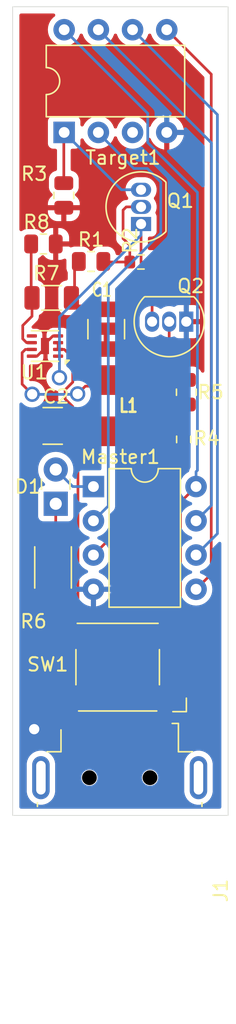
<source format=kicad_pcb>
(kicad_pcb (version 20240108) (generator "pcbnew") (generator_version "8.0")
  (layers (0 "F.Cu" signal) (31 "B.Cu" signal) (34 "B.Paste" user) (35 "F.Paste" user) (36 "B.SilkS" user "B.Silkscreen") (37 "F.SilkS" user "F.Silkscreen") (38 "B.Mask" user) (39 "F.Mask" user) (44 "Edge.Cuts" user))
  (net 0 "")
  (net 1 "Net-(Q1-E)")
  (net 2 "GND")
  (net 3 "Net-(D1-K)")
  (net 4 "Net-(D1-A)")
  (net 5 "Net-(U1-SW)")
  (net 6 "Net-(Master1-PB2)")
  (net 7 "Net-(Master1-PB1)")
  (net 8 "Net-(Master1-XTAL1{slash}PB3)")
  (net 9 "Net-(Master1-VCC)")
  (net 10 "Net-(Master1-AREF{slash}PB0)")
  (net 11 "Net-(Master1-XTAL2{slash}PB4)")
  (net 12 "Net-(Q1-C)")
  (net 13 "Net-(Q1-B)")
  (net 14 "Net-(Q2-C)")
  (net 15 "Net-(Q2-B)")
  (net 16 "Net-(U1-FB)")
  (net 22 "+5V")
  (footprint "Resistor_SMD:R_0805_2012Metric" (layer "F.Cu") (at 127.2875 77.6 180)
    (property "Reference" "R8" (at 0.5125 1.625 0) (layer "F.SilkS"))
    (property "Value" "5k")
    (fp_line (start -0.227064 0.735) (end 0.227064 0.735) (stroke (width 0.12)) (layer "F.SilkS"))
    (fp_line (start -0.227064 -0.735) (end 0.227064 -0.735) (stroke (width 0.12)) (layer "F.SilkS"))
    (pad "1" smd roundrect (at -0.9125 0 180) (size 1.025 1.4) (layers "F.Cu" "F.Paste" "F.Mask") (roundrect_rratio 0.243902) (net 2 "GND"))
    (pad "2" smd roundrect (at 0.9125 0 180) (size 1.025 1.4) (layers "F.Cu" "F.Paste" "F.Mask") (roundrect_rratio 0.243902) (net 16 "Net-(U1-FB)"))
  )
  (footprint "Resistor_SMD:R_0805_2012Metric" (layer "F.Cu") (at 130.825 78.9)
    (property "Reference" "R1" (at 0 -1.625 180) (layer "F.SilkS"))
    (property "Value" "5k")
    (fp_line (start -0.227064 -0.735) (end 0.227064 -0.735) (stroke (width 0.12)) (layer "F.SilkS"))
    (fp_line (start -0.227064 0.735) (end 0.227064 0.735) (stroke (width 0.12)) (layer "F.SilkS"))
    (pad "1" smd roundrect (at -0.9125 0) (size 1.025 1.4) (layers "F.Cu" "F.Paste" "F.Mask") (roundrect_rratio 0.243902) (net 1 "Net-(Q1-E)"))
    (pad "2" smd roundrect (at 0.9125 0) (size 1.025 1.4) (layers "F.Cu" "F.Paste" "F.Mask") (roundrect_rratio 0.243902) (net 13 "Net-(Q1-B)"))
  )
  (footprint "Resistor_SMD:R_0603_1608Metric" (layer "F.Cu") (at 134.525 78.94)
    (property "Reference" "R2" (at -0.8 -1.6 90) (layer "F.SilkS"))
    (property "Value" "2k")
    (fp_line (start -0.237258 -0.5225) (end 0.237258 -0.5225) (stroke (width 0.12)) (layer "F.SilkS"))
    (fp_line (start -0.237258 0.5225) (end 0.237258 0.5225) (stroke (width 0.12)) (layer "F.SilkS"))
    (pad "1" smd roundrect (at -0.825 0) (size 0.8 0.95) (layers "F.Cu" "F.Paste" "F.Mask") (net 13 "Net-(Q1-B)"))
    (pad "2" smd roundrect (at 0.825 0) (size 0.8 0.95) (layers "F.Cu" "F.Paste" "F.Mask") (net 14 "Net-(Q2-C)"))
  )
  (footprint "Package_TO_SOT_THT:TO-92_Inline" (layer "F.Cu") (at 137.895 83.365 180)
    (property "Reference" "Q2" (at -0.33 2.64 180) (layer "F.SilkS"))
    (property "Value" "2N3904")
    (fp_line (start -0.53 1.85) (end 3.07 1.85) (stroke (width 0.12)) (layer "F.SilkS"))
    (fp_arc (start 1.27 -2.6) (mid 3.672087 -0.994977) (end 3.108478 1.838478) (stroke (width 0.12)) (layer "F.SilkS"))
    (fp_arc (start -0.568478 1.838478) (mid -1.132087 -0.994977) (end 1.27 -2.6) (stroke (width 0.12)) (layer "F.SilkS"))
    (pad "1" thru_hole rect (at 0 0 180) (size 1.05 1.5) (drill 0.75) (layers "*.Cu" "*.Mask") (net 2 "GND"))
    (pad "2" thru_hole oval (at 1.27 0 180) (size 1.05 1.5) (drill 0.75) (layers "*.Cu" "*.Mask") (net 15 "Net-(Q2-B)"))
    (pad "3" thru_hole oval (at 2.54 0 180) (size 1.05 1.5) (drill 0.75) (layers "*.Cu" "*.Mask") (net 14 "Net-(Q2-C)"))
  )
  (footprint "LED_THT:LED_Rectangular_W3.0mm_H2.0mm" (layer "F.Cu") (at 128.2 96.875 90)
    (property "Reference" "D1" (at 1.27 -2.06 0) (layer "F.SilkS"))
    (property "Value" "LED")
    (fp_line (start 1.08 -1.06) (end 1.811 -1.06) (stroke (width 0.12)) (layer "F.SilkS"))
    (fp_line (start 1.08 1.06) (end 1.811 1.06) (stroke (width 0.12)) (layer "F.SilkS"))
    (pad "1" thru_hole rect (at 0 0 90) (size 1.8 1.8) (drill 0.9) (layers "*.Cu" "*.Mask") (net 3 "Net-(D1-K)"))
    (pad "2" thru_hole circle (at 2.54 0 90) (size 1.8 1.8) (drill 0.9) (layers "*.Cu" "*.Mask") (net 4 "Net-(D1-A)"))
  )
  (footprint "Resistor_SMD:R_1206_3216Metric" (layer "F.Cu") (at 127.9 81.6)
    (property "Reference" "R7" (at -0.4 -1.825 0) (layer "F.SilkS"))
    (property "Value" "44.2k")
    (fp_line (start -0.727064 -0.91) (end 0.727064 -0.91) (stroke (width 0.12)) (layer "F.SilkS"))
    (fp_line (start -0.727064 0.91) (end 0.727064 0.91) (stroke (width 0.12)) (layer "F.SilkS"))
    (pad "1" smd roundrect (at -1.4625 0) (size 1.125 1.75) (layers "F.Cu" "F.Paste" "F.Mask") (roundrect_rratio 0.222222) (net 16 "Net-(U1-FB)"))
    (pad "2" smd roundrect (at 1.4625 0) (size 1.125 1.75) (layers "F.Cu" "F.Paste" "F.Mask") (roundrect_rratio 0.222222) (net 1 "Net-(Q1-E)"))
  )
  (footprint "Package_DFN_QFN:Micrel_MLF-8-1EP_2x2mm_P0.5mm_EP0.6x1.2mm" (layer "F.Cu") (at 127.4 85.175 180)
    (property "Reference" "U1" (at 0.8 -1.95 180) (layer "F.SilkS"))
    (property "Value" "MIC2290")
    (fp_line (start -1 1.135) (end 1 1.135) (stroke (width 0.12)) (layer "F.SilkS"))
    (fp_line (start -1 -1.135) (end 1 -1.135) (stroke (width 0.12)) (layer "F.SilkS"))
    (fp_poly (pts (xy -1.52 -1.05) (xy -1.8 -1.05) (xy -1.52 -1.33) (xy -1.52 -1.05)) (stroke (width 0.12)) (fill solid) (layer "F.SilkS"))
    (pad "1" smd roundrect (at -0.975 -0.75 180) (size 0.75 0.25) (layers "F.Cu" "F.Paste" "F.Mask") (net 1 "Net-(Q1-E)"))
    (pad "2" smd roundrect (at -0.975 -0.25 180) (size 0.75 0.25) (layers "F.Cu" "F.Paste" "F.Mask") (net 22 "+5V"))
    (pad "3" smd roundrect (at -0.975 0.25 180) (size 0.75 0.25) (layers "F.Cu" "F.Paste" "F.Mask") (net 22 "+5V"))
    (pad "4" smd roundrect (at -0.975 0.75 180) (size 0.75 0.25) (layers "F.Cu" "F.Paste" "F.Mask") (net 2 "GND"))
    (pad "5" smd roundrect (at 0.975 0.75 180) (size 0.75 0.25) (layers "F.Cu" "F.Paste" "F.Mask"))
    (pad "6" smd roundrect (at 0.975 0.25 180) (size 0.75 0.25) (layers "F.Cu" "F.Paste" "F.Mask") (net 16 "Net-(U1-FB)"))
    (pad "7" smd roundrect (at 0.975 -0.25 180) (size 0.75 0.25) (layers "F.Cu" "F.Paste" "F.Mask") (net 5 "Net-(U1-SW)"))
    (pad "8" smd roundrect (at 0.975 -0.75 180) (size 0.75 0.25) (layers "F.Cu" "F.Paste" "F.Mask") (net 2 "GND"))
    (pad "9" smd rect (at 0 0 180) (size 0.6 1.2) (property pad_prop_heatsink) (layers "F.Cu" "F.Mask") (net 2 "GND"))
  )
  (footprint "Package_DIP:DIP-8_W7.62mm" (layer "F.Cu") (at 128.825 69.325 90)
    (property "Reference" "Target1" (at -1.875 4.375 180) (layer "F.SilkS"))
    (property "Value" "ATtiny85-20P")
    (fp_line (start 6.46 -1.33) (end 4.81 -1.33) (stroke (width 0.12)) (layer "F.SilkS"))
    (fp_line (start 2.81 -1.33) (end 1.16 -1.33) (stroke (width 0.12)) (layer "F.SilkS"))
    (fp_line (start 1.16 -1.33) (end 1.16 8.95) (stroke (width 0.12)) (layer "F.SilkS"))
    (fp_line (start 6.46 8.95) (end 6.46 -1.33) (stroke (width 0.12)) (layer "F.SilkS"))
    (fp_line (start 1.16 8.95) (end 6.46 8.95) (stroke (width 0.12)) (layer "F.SilkS"))
    (fp_arc (start 4.81 -1.33) (mid 3.81 -0.33) (end 2.81 -1.33) (stroke (width 0.12)) (layer "F.SilkS"))
    (pad "1" thru_hole rect (at 0 0 90) (size 1.6 1.6) (drill 0.8) (layers "*.Cu" "*.Mask") (net 12 "Net-(Q1-C)"))
    (pad "2" thru_hole oval (at 0 2.54 90) (size 1.6 1.6) (drill 0.8) (layers "*.Cu" "*.Mask") (net 8 "Net-(Master1-XTAL1{slash}PB3)"))
    (pad "3" thru_hole oval (at 0 5.08 90) (size 1.6 1.6) (drill 0.8) (layers "*.Cu" "*.Mask"))
    (pad "4" thru_hole oval (at 0 7.62 90) (size 1.6 1.6) (drill 0.8) (layers "*.Cu" "*.Mask") (net 2 "GND"))
    (pad "5" thru_hole oval (at 7.62 7.62 90) (size 1.6 1.6) (drill 0.8) (layers "*.Cu" "*.Mask") (net 10 "Net-(Master1-AREF{slash}PB0)"))
    (pad "6" thru_hole oval (at 7.62 5.08 90) (size 1.6 1.6) (drill 0.8) (layers "*.Cu" "*.Mask") (net 7 "Net-(Master1-PB1)"))
    (pad "7" thru_hole oval (at 7.62 2.54 90) (size 1.6 1.6) (drill 0.8) (layers "*.Cu" "*.Mask") (net 6 "Net-(Master1-PB2)"))
    (pad "8" thru_hole oval (at 7.62 0 90) (size 1.6 1.6) (drill 0.8) (layers "*.Cu" "*.Mask") (net 9 "Net-(Master1-VCC)"))
  )
  (footprint "Resistor_SMD:R_2010_5025Metric" (layer "F.Cu") (at 128 101.6 -90)
    (property "Reference" "R6" (at 4 1.45 180) (layer "F.SilkS"))
    (property "Value" "330")
    (fp_line (start -1.527064 1.36) (end 1.527064 1.36) (stroke (width 0.12)) (layer "F.SilkS"))
    (fp_line (start -1.527064 -1.36) (end 1.527064 -1.36) (stroke (width 0.12)) (layer "F.SilkS"))
    (pad "1" smd roundrect (at -2.3125 0 270) (size 1.225 2.65) (layers "F.Cu" "F.Paste" "F.Mask") (roundrect_rratio 0.204082) (net 3 "Net-(D1-K)"))
    (pad "2" smd roundrect (at 2.3125 0 270) (size 1.225 2.65) (layers "F.Cu" "F.Paste" "F.Mask") (roundrect_rratio 0.204082) (net 2 "GND"))
  )
  (footprint "Resistor_SMD:R_0805_2012Metric" (layer "F.Cu") (at 128.8 74 -90)
    (property "Reference" "R3" (at -1.6 2.2 180) (layer "F.SilkS"))
    (property "Value" "20k")
    (fp_line (start -0.227064 0.735) (end 0.227064 0.735) (stroke (width 0.12)) (layer "F.SilkS"))
    (fp_line (start -0.227064 -0.735) (end 0.227064 -0.735) (stroke (width 0.12)) (layer "F.SilkS"))
    (pad "1" smd roundrect (at -0.9125 0 270) (size 1.025 1.4) (layers "F.Cu" "F.Paste" "F.Mask") (roundrect_rratio 0.243902) (net 12 "Net-(Q1-C)"))
    (pad "2" smd roundrect (at 0.9125 0 270) (size 1.025 1.4) (layers "F.Cu" "F.Paste" "F.Mask") (roundrect_rratio 0.243902) (net 2 "GND"))
  )
  (footprint "Package_DIP:DIP-8_W7.62mm" (layer "F.Cu") (at 131 95.6)
    (property "Reference" "Master1" (at 2 -2.2 0) (layer "F.SilkS"))
    (property "Value" "ATtiny85-20P")
    (fp_line (start 1.16 -1.33) (end 1.16 8.95) (stroke (width 0.12)) (layer "F.SilkS"))
    (fp_line (start 1.16 8.95) (end 6.46 8.95) (stroke (width 0.12)) (layer "F.SilkS"))
    (fp_line (start 2.81 -1.33) (end 1.16 -1.33) (stroke (width 0.12)) (layer "F.SilkS"))
    (fp_line (start 6.46 -1.33) (end 4.81 -1.33) (stroke (width 0.12)) (layer "F.SilkS"))
    (fp_line (start 6.46 8.95) (end 6.46 -1.33) (stroke (width 0.12)) (layer "F.SilkS"))
    (fp_arc (start 4.81 -1.33) (mid 3.81 -0.33) (end 2.81 -1.33) (stroke (width 0.12)) (layer "F.SilkS"))
    (pad "1" thru_hole rect (at 0 0) (size 1.6 1.6) (drill 0.8) (layers "*.Cu" "*.Mask") (net 4 "Net-(D1-A)"))
    (pad "2" thru_hole oval (at 0 2.54) (size 1.6 1.6) (drill 0.8) (layers "*.Cu" "*.Mask") (net 8 "Net-(Master1-XTAL1{slash}PB3)"))
    (pad "3" thru_hole oval (at 0 5.08) (size 1.6 1.6) (drill 0.8) (layers "*.Cu" "*.Mask") (net 11 "Net-(Master1-XTAL2{slash}PB4)"))
    (pad "4" thru_hole oval (at 0 7.62) (size 1.6 1.6) (drill 0.8) (layers "*.Cu" "*.Mask") (net 2 "GND"))
    (pad "5" thru_hole oval (at 7.62 7.62) (size 1.6 1.6) (drill 0.8) (layers "*.Cu" "*.Mask") (net 10 "Net-(Master1-AREF{slash}PB0)"))
    (pad "6" thru_hole oval (at 7.62 5.08) (size 1.6 1.6) (drill 0.8) (layers "*.Cu" "*.Mask") (net 7 "Net-(Master1-PB1)"))
    (pad "7" thru_hole oval (at 7.62 2.54) (size 1.6 1.6) (drill 0.8) (layers "*.Cu" "*.Mask") (net 6 "Net-(Master1-PB2)"))
    (pad "8" thru_hole oval (at 7.62 0) (size 1.6 1.6) (drill 0.8) (layers "*.Cu" "*.Mask") (net 9 "Net-(Master1-VCC)"))
  )
  (footprint "Connector_USB:USB_A_Molex_48037-2200_Horizontal" (layer "F.Cu") (at 132.95 125.575 -90)
    (property "Reference" "J1" (at 0 -7.5 90) (layer "F.SilkS"))
    (property "Value" "USB_A")
    (fp_line (start -6.515 6.11) (end -6.245 6.11) (stroke (width 0.12)) (layer "F.SilkS"))
    (fp_line (start -11.92 4.36) (end -10.3 4.36) (stroke (width 0.12)) (layer "F.SilkS"))
    (fp_line (start -10.3 4.36) (end -10.3 5.4) (stroke (width 0.12)) (layer "F.SilkS"))
    (fp_line (start -12.4 -4.36) (end -12.4 -3.9) (stroke (width 0.12)) (layer "F.SilkS"))
    (fp_line (start -12.4 -4.36) (end -10.3 -4.36) (stroke (width 0.12)) (layer "F.SilkS"))
    (fp_line (start -10.3 -5.4) (end -10.3 -4.36) (stroke (width 0.12)) (layer "F.SilkS"))
    (fp_line (start -6.515 -6.11) (end -6.245 -6.11) (stroke (width 0.12)) (layer "F.SilkS"))
    (pad "" np_thru_hole circle (at -8.375 -2.25 270) (size 1.1 1.1) (drill 1.1) (layers "*.Mask"))
    (pad "" np_thru_hole circle (at -8.375 2.25 270) (size 1.1 1.1) (drill 1.1) (layers "*.Mask"))
    (pad "1" smd roundrect (at -10.975 -3.5 270) (size 2 1.2) (layers "F.Cu" "F.Paste" "F.Mask") (net 22 "+5V"))
    (pad "2" smd roundrect (at -10.975 -1 270) (size 2 1.2) (layers "F.Cu" "F.Paste" "F.Mask"))
    (pad "3" smd roundrect (at -10.975 1 270) (size 2 1.2) (layers "F.Cu" "F.Paste" "F.Mask"))
    (pad "4" smd roundrect (at -10.975 3.5 270) (size 2 1.2) (layers "F.Cu" "F.Paste" "F.Mask") (net 2 "GND"))
    (pad "5" thru_hole oval (at -8.375 -5.85 270) (size 3.2 1.3) (drill oval 2.5 0.7) (layers "*.Cu" "*.Mask"))
    (pad "5" thru_hole oval (at -8.375 5.85 270) (size 3.2 1.3) (drill oval 2.5 0.7) (layers "*.Cu" "*.Mask"))
  )
  (footprint "Button_Switch_SMD:SW_SPST_Omron_B3FS-101xP" (layer "F.Cu") (at 132.8 109 180)
    (property "Reference" "SW1" (at 5.2 0.2 0) (layer "F.SilkS"))
    (property "Value" "SW_Push")
    (fp_line (start 3.1 -1.3) (end 3.1 1.3) (stroke (width 0.12)) (layer "F.SilkS"))
    (fp_line (start 3 3.25) (end -3 3.25) (stroke (width 0.12)) (layer "F.SilkS"))
    (fp_line (start 2.9 -3.25) (end -2.9 -3.25) (stroke (width 0.12)) (layer "F.SilkS"))
    (fp_line (start -3.1 -1.3) (end -3.1 1.3) (stroke (width 0.12)) (layer "F.SilkS"))
    (fp_line (start -5.1 -2.3) (end -5.1 -3.3) (stroke (width 0.12)) (layer "F.SilkS"))
    (fp_line (start -5.1 -3.3) (end -4.1 -3.3) (stroke (width 0.12)) (layer "F.SilkS"))
    (pad "1" smd rect (at -4 -2.25) (size 1.6 1.4) (layers "F.Cu" "F.Paste" "F.Mask") (net 9 "Net-(Master1-VCC)"))
    (pad "1" smd rect (at 4 -2.25) (size 1.6 1.4) (layers "F.Cu" "F.Paste" "F.Mask") (net 9 "Net-(Master1-VCC)"))
    (pad "2" smd rect (at -4 2.25) (size 1.6 1.4) (layers "F.Cu" "F.Paste" "F.Mask") (net 22 "+5V"))
    (pad "2" smd rect (at 4 2.25) (size 1.6 1.4) (layers "F.Cu" "F.Paste" "F.Mask") (net 22 "+5V"))
  )
  (footprint "Resistor_SMD:R_0805_2012Metric" (layer "F.Cu") (at 137.9 88.6 -90)
    (property "Reference" "R5" (at 0 -1.8 0) (layer "F.SilkS"))
    (property "Value" "5k")
    (fp_line (start -0.227064 0.735) (end 0.227064 0.735) (stroke (width 0.12)) (layer "F.SilkS"))
    (fp_line (start -0.227064 -0.735) (end 0.227064 -0.735) (stroke (width 0.12)) (layer "F.SilkS"))
    (pad "1" smd roundrect (at -0.9125 0 270) (size 1.025 1.4) (layers "F.Cu" "F.Paste" "F.Mask") (roundrect_rratio 0.243902) (net 2 "GND"))
    (pad "2" smd roundrect (at 0.9125 0 270) (size 1.025 1.4) (layers "F.Cu" "F.Paste" "F.Mask") (roundrect_rratio 0.243902) (net 15 "Net-(Q2-B)"))
  )
  (footprint "Capacitor_SMD:C_1210_3225Metric" (layer "F.Cu") (at 127.975 91.1 180)
    (property "Reference" "C2" (at -0.25 2.175 0) (layer "F.SilkS"))
    (property "Value" "10u")
    (fp_line (start -0.711252 1.36) (end 0.711252 1.36) (stroke (width 0.12)) (layer "F.SilkS"))
    (fp_line (start -0.711252 -1.36) (end 0.711252 -1.36) (stroke (width 0.12)) (layer "F.SilkS"))
    (pad "1" smd roundrect (at -1.475 0 180) (size 1.15 2.7) (layers "F.Cu" "F.Paste" "F.Mask") (roundrect_rratio 0.217391) (net 22 "+5V"))
    (pad "2" smd roundrect (at 1.475 0 180) (size 1.15 2.7) (layers "F.Cu" "F.Paste" "F.Mask") (roundrect_rratio 0.217391) (net 2 "GND"))
  )
  (footprint "Capacitor_SMD:C_1210_3225Metric" (layer "F.Cu") (at 131.95 83.925 -90)
    (property "Reference" "C1" (at -2.925 0.325 180) (layer "F.SilkS") (effects (font (size 1 0.75))))
    (property "Value" "10u")
    (fp_line (start -0.711252 1.36) (end 0.711252 1.36) (stroke (width 0.12)) (layer "F.SilkS"))
    (fp_line (start -0.711252 -1.36) (end 0.711252 -1.36) (stroke (width 0.12)) (layer "F.SilkS"))
    (pad "1" smd roundrect (at -1.475 0 270) (size 1.15 2.7) (layers "F.Cu" "F.Paste" "F.Mask") (roundrect_rratio 0.217391) (net 1 "Net-(Q1-E)"))
    (pad "2" smd roundrect (at 1.475 0 270) (size 1.15 2.7) (layers "F.Cu" "F.Paste" "F.Mask") (roundrect_rratio 0.217391) (net 2 "GND"))
  )
  (footprint "Package_TO_SOT_THT:TO-92_Inline" (layer "F.Cu") (at 134.535 76.12 90)
    (property "Reference" "Q1" (at 1.72 2.915 0) (layer "F.SilkS"))
    (property "Value" "2N3906")
    (fp_line (start -0.53 1.85) (end 3.07 1.85) (stroke (width 0.12)) (layer "F.SilkS"))
    (fp_arc (start 1.27 -2.6) (mid 3.672087 -0.994977) (end 3.108478 1.838478) (stroke (width 0.12)) (layer "F.SilkS"))
    (fp_arc (start -0.568478 1.838478) (mid -1.132087 -0.994977) (end 1.27 -2.6) (stroke (width 0.12)) (layer "F.SilkS"))
    (pad "1" thru_hole rect (at 0 0 90) (size 1.05 1.5) (drill 0.75) (layers "*.Cu" "*.Mask") (net 1 "Net-(Q1-E)"))
    (pad "2" thru_hole oval (at 1.27 0 90) (size 1.05 1.5) (drill 0.75) (layers "*.Cu" "*.Mask") (net 13 "Net-(Q1-B)"))
    (pad "3" thru_hole oval (at 2.54 0 90) (size 1.05 1.5) (drill 0.75) (layers "*.Cu" "*.Mask") (net 12 "Net-(Q1-C)"))
  )
  (footprint "miscellaneous:IDCP2218-01" (layer "F.Cu") (at 133.6 89.6 90)
    (property "Reference" "L1" (at 0 0 0) (layer "F.SilkS") (effects (font (size 1 0.75) (thickness 0.2))))
    (property "Value" "10u")
    (pad "1" smd rect (at -1.9 0 90) (size 2.2 5.4) (layers "F.Cu" "F.Paste" "F.Mask") (net 22 "+5V"))
    (pad "2" smd rect (at 1.9 0 90) (size 2.2 5.4) (layers "F.Cu" "F.Paste" "F.Mask") (net 5 "Net-(U1-SW)"))
  )
  (footprint "Resistor_SMD:R_0603_1608Metric" (layer "F.Cu") (at 137.7 92.1 -90)
    (property "Reference" "R4" (at -0.075 -1.7 180) (layer "F.SilkS"))
    (property "Value" "2k")
    (fp_line (start -0.237258 0.5225) (end 0.237258 0.5225) (stroke (width 0.12)) (layer "F.SilkS"))
    (fp_line (start -0.237258 -0.5225) (end 0.237258 -0.5225) (stroke (width 0.12)) (layer "F.SilkS"))
    (pad "1" smd roundrect (at -0.825 0 270) (size 0.8 0.95) (layers "F.Cu" "F.Paste" "F.Mask") (net 15 "Net-(Q2-B)"))
    (pad "2" smd roundrect (at 0.825 0 270) (size 0.8 0.95) (layers "F.Cu" "F.Paste" "F.Mask") (net 11 "Net-(Master1-XTAL2{slash}PB4)"))
  )
  (gr_rect (start 125 60) (end 141 120) (stroke (width 0.05)) (fill none) (layer "Edge.Cuts"))
  (segment (start 129.6 79.4) (end 129.9125 79.0875) (width 0.2) (layer "F.Cu") (net 1))
  (segment (start 128.475 86.025) (end 128.375 85.925) (width 0.2) (layer "F.Cu") (net 1))
  (segment (start 129.3625 81.6) (end 129.3625 82.1625) (width 0.2) (layer "F.Cu") (net 1))
  (segment (start 129.9125 79.0875) (end 129.9125 78.9) (width 0.2) (layer "F.Cu") (net 1))
  (segment (start 129.3625 81.175) (end 129.3625 81.5625) (width 0.2) (layer "F.Cu") (net 1))
  (segment (start 129.4 82.2) (end 131.7 82.2) (width 0.2) (layer "F.Cu") (net 1))
  (segment (start 129.6 80.8) (end 129.6 79.4) (width 0.2) (layer "F.Cu") (net 1))
  (segment (start 134.535 80.665) (end 134.535 76.12) (width 0.2) (layer "F.Cu") (net 1))
  (segment (start 128.475 87.525) (end 128.475 86.025) (width 0.2) (layer "F.Cu") (net 1))
  (segment (start 129.3625 81.175) (end 129.3625 81.0375) (width 0.2) (layer "F.Cu") (net 1))
  (segment (start 129.3625 82.1625) (end 129.4 82.2) (width 0.2) (layer "F.Cu") (net 1))
  (segment (start 131.7 82.2) (end 131.95 82.45) (width 0.2) (layer "F.Cu") (net 1))
  (segment (start 132.2 82.2) (end 133 82.2) (width 0.2) (layer "F.Cu") (net 1))
  (segment (start 131.95 82.45) (end 132.2 82.2) (width 0.2) (layer "F.Cu") (net 1))
  (segment (start 129.3625 81.0375) (end 129.6 80.8) (width 0.2) (layer "F.Cu") (net 1))
  (segment (start 131.95 82.45) (end 131.5 82) (width 0.2) (layer "F.Cu") (net 1))
  (segment (start 129.3625 81.5625) (end 129.5 81.7) (width 0.2) (layer "F.Cu") (net 1))
  (segment (start 128.475 87.525) (end 128.375 87.425) (width 0.2) (layer "F.Cu") (net 1))
  (segment (start 133 82.2) (end 134.535 80.665) (width 0.2) (layer "F.Cu") (net 1))
  (via (at 128.475 87.525) (size 1.143) (drill 0.762) (layers "F.Cu" "B.Cu") (net 1))
  (segment (start 128.475 87.525) (end 128.4 87.45) (width 0.2) (layer "B.Cu") (net 1))
  (segment (start 128.475 87.525) (end 128.475 83.0067) (width 0.2) (layer "B.Cu") (net 1))
  (segment (start 134.535 76.9467) (end 134.535 76.12) (width 0.2) (layer "B.Cu") (net 1))
  (segment (start 128.475 83.0067) (end 128.54085 82.94085) (width 0.2) (layer "B.Cu") (net 1))
  (segment (start 128.54085 82.94085) (end 134.535 76.9467) (width 0.2) (layer "B.Cu") (net 1))
  (segment (start 127.985614 84.425) (end 127.4 85.010614) (width 0.2) (layer "F.Cu") (net 2))
  (segment (start 128.375 84.425) (end 127.985614 84.425) (width 0.2) (layer "F.Cu") (net 2))
  (segment (start 126.425 85.925) (end 126.814386 85.925) (width 0.2) (layer "F.Cu") (net 2))
  (segment (start 127.4 85.339386) (end 127.4 85.175) (width 0.2) (layer "F.Cu") (net 2))
  (segment (start 126.814386 85.925) (end 127.4 85.339386) (width 0.2) (layer "F.Cu") (net 2))
  (segment (start 127.4 85.010614) (end 127.4 85.175) (width 0.2) (layer "F.Cu") (net 2))
  (via (at 126.6 113.6) (size 1.143) (drill 0.762) (layers "F.Cu" "B.Cu") (net 2))
  (segment (start 128 99.2875) (end 128.2 99.0875) (width 0.2) (layer "F.Cu") (net 3))
  (segment (start 128.2 99.0875) (end 128.2 96.875) (width 0.2) (layer "F.Cu") (net 3))
  (segment (start 131 95.6) (end 129.465 95.6) (width 0.2) (layer "B.Cu") (net 4))
  (segment (start 129.465 95.6) (end 128.2 94.335) (width 0.2) (layer "B.Cu") (net 4))
  (segment (start 126.45 88.75) (end 125.7034 88.0034) (width 0.2) (layer "F.Cu") (net 5))
  (segment (start 125.9439 85.425) (end 126.425 85.425) (width 0.2) (layer "F.Cu") (net 5))
  (segment (start 125.7034 85.6655) (end 125.9439 85.425) (width 0.2) (layer "F.Cu") (net 5))
  (segment (start 133.15 88.15) (end 133.6 87.7) (width 0.2) (layer "F.Cu") (net 5))
  (segment (start 129.825 88.725) (end 130.4 88.15) (width 0.2) (layer "F.Cu") (net 5))
  (segment (start 130.4 88.15) (end 133.15 88.15) (width 0.2) (layer "F.Cu") (net 5))
  (segment (start 125.7034 88.0034) (end 125.7034 85.6655) (width 0.2) (layer "F.Cu") (net 5))
  (via (at 129.825 88.725) (size 1.143) (drill 0.762) (layers "F.Cu" "B.Cu") (net 5))
  (via (at 126.45 88.75) (size 1.143) (drill 0.762) (layers "F.Cu" "B.Cu") (net 5))
  (segment (start 126.4587 88.7587) (end 126.45 88.75) (width 0.2) (layer "B.Cu") (net 5))
  (segment (start 129.825 88.725) (end 129.7913 88.7587) (width 0.2) (layer "B.Cu") (net 5))
  (segment (start 129.7913 88.7587) (end 126.4587 88.7587) (width 0.2) (layer "B.Cu") (net 5))
  (segment (start 139.7617 70.4) (end 139.7617 70.3617) (width 0.2) (layer "B.Cu") (net 6))
  (segment (start 139.7617 70.1017) (end 139.7617 70.4) (width 0.2) (layer "B.Cu") (net 6))
  (segment (start 138.62 98.14) (end 139.7617 96.9983) (width 0.2) (layer "B.Cu") (net 6))
  (segment (start 131.365 61.705) (end 139.7617 70.1017) (width 0.2) (layer "B.Cu") (net 6))
  (segment (start 139.7617 96.9983) (end 139.7617 70.4) (width 0.2) (layer "B.Cu") (net 6))
  (segment (start 140.2049 68.0049) (end 140.2049 98.8) (width 0.2) (layer "B.Cu") (net 7))
  (segment (start 138.62 100.68) (end 140.2049 99.0951) (width 0.2) (layer "B.Cu") (net 7))
  (segment (start 140.2049 99.0951) (end 140.2049 98.8) (width 0.2) (layer "B.Cu") (net 7))
  (segment (start 133.905 61.705) (end 140.2049 68.0049) (width 0.2) (layer "B.Cu") (net 7))
  (segment (start 132.1017 80.6983) (end 136 76.8) (width 0.2) (layer "B.Cu") (net 8))
  (segment (start 135 72) (end 134 72) (width 0.2) (layer "B.Cu") (net 8))
  (segment (start 131 98.14) (end 132.1017 97.0383) (width 0.2) (layer "B.Cu") (net 8))
  (segment (start 131.365 69.365) (end 131.365 69.325) (width 0.2) (layer "B.Cu") (net 8))
  (segment (start 132.1017 96.5391) (end 132.1017 96.2) (width 0.2) (layer "B.Cu") (net 8))
  (segment (start 134 72) (end 131.365 69.365) (width 0.2) (layer "B.Cu") (net 8))
  (segment (start 132.1017 96.2) (end 132.1017 80.6983) (width 0.2) (layer "B.Cu") (net 8))
  (segment (start 132.1017 97.0383) (end 132.1017 96.2) (width 0.2) (layer "B.Cu") (net 8))
  (segment (start 136 73) (end 135 72) (width 0.2) (layer "B.Cu") (net 8))
  (segment (start 136 76.8) (end 136 73) (width 0.2) (layer "B.Cu") (net 8))
  (segment (start 137.466 104.7201) (end 138.3235 105.5776) (width 0.2) (layer "F.Cu") (net 9))
  (segment (start 135.90147 115.9) (end 135.2 115.19853) (width 0.2) (layer "F.Cu") (net 9))
  (segment (start 138.62 95.6) (end 137.466 96.754) (width 0.2) (layer "F.Cu") (net 9))
  (segment (start 138.3235 105.5776) (end 138.3235 114.8765) (width 0.2) (layer "F.Cu") (net 9))
  (segment (start 137.466 96.754) (end 137.466 104.7201) (width 0.2) (layer "F.Cu") (net 9))
  (segment (start 128.8 111.25) (end 135.2 111.25) (width 0.2) (layer "F.Cu") (net 9))
  (segment (start 138.3235 114.8765) (end 137.3 115.9) (width 0.2) (layer "F.Cu") (net 9))
  (segment (start 135.5449 111.25) (end 136.8 111.25) (width 0.2) (layer "F.Cu") (net 9))
  (segment (start 135.2 111.25) (end 135.5449 111.25) (width 0.2) (layer "F.Cu") (net 9))
  (segment (start 135.2 115.19853) (end 135.2 111.25) (width 0.2) (layer "F.Cu") (net 9))
  (segment (start 137.3 115.9) (end 135.90147 115.9) (width 0.2) (layer "F.Cu") (net 9))
  (segment (start 135.0335 68.6) (end 135.0335 70.0805) (width 0.2) (layer "B.Cu") (net 9))
  (segment (start 138.62 94.4983) (end 138.62 95.6) (width 0.2) (layer "B.Cu") (net 9))
  (segment (start 138.7217 94.3966) (end 138.62 94.4983) (width 0.2) (layer "B.Cu") (net 9))
  (segment (start 135.0335 70.0805) (end 138.7217 73.7687) (width 0.2) (layer "B.Cu") (net 9))
  (segment (start 135.0335 68.4335) (end 135.0335 68.6) (width 0.2) (layer "B.Cu") (net 9))
  (segment (start 128.825 61.705) (end 135.0335 67.9135) (width 0.2) (layer "B.Cu") (net 9))
  (segment (start 135.0335 67.9135) (end 135.0335 68.6) (width 0.2) (layer "B.Cu") (net 9))
  (segment (start 138.7217 73.7687) (end 138.7217 94.3966) (width 0.2) (layer "B.Cu") (net 9))
  (segment (start 138.62 103.22) (end 139.7475 102.0925) (width 0.2) (layer "F.Cu") (net 10))
  (segment (start 139.7475 102.0925) (end 139.7475 65.0075) (width 0.2) (layer "F.Cu") (net 10))
  (segment (start 139.7475 65.0075) (end 136.445 61.705) (width 0.2) (layer "F.Cu") (net 10))
  (segment (start 131 100.68) (end 137.7 93.98) (width 0.2) (layer "F.Cu") (net 11))
  (segment (start 137.7 93.98) (end 137.7 92.925) (width 0.2) (layer "F.Cu") (net 11))
  (segment (start 128.8 73.0875) (end 128.8 69.35) (width 0.2) (layer "F.Cu") (net 12))
  (segment (start 128.8 69.35) (end 128.825 69.325) (width 0.2) (layer "F.Cu") (net 12))
  (segment (start 134.535 73.58) (end 133.4833 73.58) (width 0.2) (layer "B.Cu") (net 12))
  (segment (start 133.08 73.58) (end 134.535 73.58) (width 0.2) (layer "B.Cu") (net 12))
  (segment (start 128.825 69.325) (end 133.08 73.58) (width 0.2) (layer "B.Cu") (net 12))
  (segment (start 133.2 77.2) (end 133.2 75.09) (width 0.2) (layer "F.Cu") (net 13))
  (segment (start 133.44 74.85) (end 134.535 74.85) (width 0.2) (layer "F.Cu") (net 13))
  (segment (start 131.7775 78.94) (end 131.7375 78.9) (width 0.2) (layer "F.Cu") (net 13))
  (segment (start 133.7 77.7) (end 133.2 77.2) (width 0.2) (layer "F.Cu") (net 13))
  (segment (start 133.7 78.94) (end 133.7 77.7) (width 0.2) (layer "F.Cu") (net 13))
  (segment (start 133.2 75.09) (end 133.44 74.85) (width 0.2) (layer "F.Cu") (net 13))
  (segment (start 133.7 78.94) (end 131.7775 78.94) (width 0.2) (layer "F.Cu") (net 13))
  (segment (start 135.355 78.945) (end 135.35 78.94) (width 0.2) (layer "F.Cu") (net 14))
  (segment (start 135.355 83.365) (end 135.355 78.945) (width 0.2) (layer "F.Cu") (net 14))
  (segment (start 137.9 89.5125) (end 136.625 88.2375) (width 0.2) (layer "F.Cu") (net 15))
  (segment (start 137.9 89.5125) (end 137.7 89.7125) (width 0.2) (layer "F.Cu") (net 15))
  (segment (start 137.7 89.7125) (end 137.7 91.275) (width 0.2) (layer "F.Cu") (net 15))
  (segment (start 136.625 88.2375) (end 136.625 83.365) (width 0.2) (layer "F.Cu") (net 15))
  (segment (start 126.4375 82.9625) (end 125.75 83.65) (width 0.2) (layer "F.Cu") (net 16))
  (segment (start 126.4375 81.175) (end 126.4375 82.3625) (width 0.2) (layer "F.Cu") (net 16))
  (segment (start 126.375 81.1125) (end 126.375 77.6) (width 0.2) (layer "F.Cu") (net 16))
  (segment (start 126.035614 84.925) (end 126.425 84.925) (width 0.2) (layer "F.Cu") (net 16))
  (segment (start 126.4375 81.175) (end 126.375 81.1125) (width 0.2) (layer "F.Cu") (net 16))
  (segment (start 125.75 84.639386) (end 126.035614 84.925) (width 0.2) (layer "F.Cu") (net 16))
  (segment (start 126.4375 81.6) (end 126.4375 82.9625) (width 0.2) (layer "F.Cu") (net 16))
  (segment (start 125.75 83.65) (end 125.75 84.639386) (width 0.2) (layer "F.Cu") (net 16))
  (segment (start 136.8 106.75) (end 136.8 107.7517) (width 0.2) (layer "F.Cu") (net 22))
  (segment (start 128.375 84.925) (end 128.375 85.425) (width 0.2) (layer "F.Cu") (net 22))
  (segment (start 129.2139 105.3344) (end 129.85 105.3344) (width 0.2) (layer "F.Cu") (net 22))
  (segment (start 128.8 105.7483) (end 129.2139 105.3344) (width 0.2) (layer "F.Cu") (net 22))
  (segment (start 129.85 105.3344) (end 129.85 91.5) (width 0.2) (layer "F.Cu") (net 22))
  (segment (start 128.8965 88.421012) (end 129.464012 87.8535) (width 0.2) (layer "F.Cu") (net 22))
  (segment (start 129.85 105.3344) (end 136.3861 105.3344) (width 0.2) (layer "F.Cu") (net 22))
  (segment (start 136.3861 105.3344) (end 136.8 105.7483) (width 0.2) (layer "F.Cu") (net 22))
  (segment (start 129.464012 86.055012) (end 128.834 85.425) (width 0.2) (layer "F.Cu") (net 22))
  (segment (start 130.5983 91.5) (end 129.85 91.5) (width 0.2) (layer "F.Cu") (net 22))
  (segment (start 128.8965 89.0965) (end 128.8965 88.421012) (width 0.2) (layer "F.Cu") (net 22))
  (segment (start 128.834 85.425) (end 128.375 85.425) (width 0.2) (layer "F.Cu") (net 22))
  (segment (start 129.45 91.1) (end 129.45 89.65) (width 0.2) (layer "F.Cu") (net 22))
  (segment (start 129.45 89.65) (end 128.8965 89.0965) (width 0.2) (layer "F.Cu") (net 22))
  (segment (start 129.85 91.5) (end 129.45 91.1) (width 0.2) (layer "F.Cu") (net 22))
  (segment (start 129.464012 87.8535) (end 129.464012 86.055012) (width 0.2) (layer "F.Cu") (net 22))
  (segment (start 136.8 106.75) (end 136.8 105.7483) (width 0.2) (layer "F.Cu") (net 22))
  (segment (start 128.8 106.75) (end 128.8 105.7483) (width 0.2) (layer "F.Cu") (net 22))
  (segment (start 136.8 107.7517) (end 137.9017 108.8534) (width 0.2) (layer "F.Cu") (net 22))
  (segment (start 133.6 91.5) (end 130.5983 91.5) (width 0.2) (layer "F.Cu") (net 22))
  (segment (start 137.9017 113.1483) (end 136.45 114.6) (width 0.2) (layer "F.Cu") (net 22))
  (segment (start 137.9017 108.8534) (end 137.9017 113.1483) (width 0.2) (layer "F.Cu") (net 22))
  (zone (net 2) (net_name "GND") (layers "F&B.Cu") (connect_pads (clearance 0.4064)) (min_thickness 0.254) (fill yes (thermal_gap 0.4826) (thermal_bridge_width 0.381))
    (polygon (pts (xy 124.4 59.5) (xy 141.6 59.5) (xy 141.4 120.5) (xy 124.2 120.5)))
  )
)
</source>
